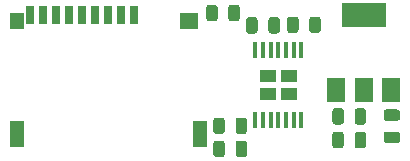
<source format=gbr>
%TF.GenerationSoftware,KiCad,Pcbnew,(5.1.6)-1*%
%TF.CreationDate,2021-02-04T13:42:59-06:00*%
%TF.ProjectId,Pikatea SD card Module,50696b61-7465-4612-9053-442063617264,rev?*%
%TF.SameCoordinates,Original*%
%TF.FileFunction,Paste,Top*%
%TF.FilePolarity,Positive*%
%FSLAX46Y46*%
G04 Gerber Fmt 4.6, Leading zero omitted, Abs format (unit mm)*
G04 Created by KiCad (PCBNEW (5.1.6)-1) date 2021-02-04 13:42:59*
%MOMM*%
%LPD*%
G01*
G04 APERTURE LIST*
%ADD10R,1.400000X1.100000*%
%ADD11R,0.450000X1.450000*%
%ADD12R,0.700000X1.600000*%
%ADD13R,1.200000X1.400000*%
%ADD14R,1.600000X1.400000*%
%ADD15R,1.200000X2.200000*%
%ADD16R,1.500000X2.000000*%
%ADD17R,3.800000X2.000000*%
G04 APERTURE END LIST*
%TO.C,R2*%
G36*
G01*
X217800000Y-75906250D02*
X217800000Y-74993750D01*
G75*
G02*
X218043750Y-74750000I243750J0D01*
G01*
X218531250Y-74750000D01*
G75*
G02*
X218775000Y-74993750I0J-243750D01*
G01*
X218775000Y-75906250D01*
G75*
G02*
X218531250Y-76150000I-243750J0D01*
G01*
X218043750Y-76150000D01*
G75*
G02*
X217800000Y-75906250I0J243750D01*
G01*
G37*
G36*
G01*
X215925000Y-75906250D02*
X215925000Y-74993750D01*
G75*
G02*
X216168750Y-74750000I243750J0D01*
G01*
X216656250Y-74750000D01*
G75*
G02*
X216900000Y-74993750I0J-243750D01*
G01*
X216900000Y-75906250D01*
G75*
G02*
X216656250Y-76150000I-243750J0D01*
G01*
X216168750Y-76150000D01*
G75*
G02*
X215925000Y-75906250I0J243750D01*
G01*
G37*
%TD*%
%TO.C,R1*%
G36*
G01*
X210050000Y-73993750D02*
X210050000Y-74906250D01*
G75*
G02*
X209806250Y-75150000I-243750J0D01*
G01*
X209318750Y-75150000D01*
G75*
G02*
X209075000Y-74906250I0J243750D01*
G01*
X209075000Y-73993750D01*
G75*
G02*
X209318750Y-73750000I243750J0D01*
G01*
X209806250Y-73750000D01*
G75*
G02*
X210050000Y-73993750I0J-243750D01*
G01*
G37*
G36*
G01*
X211925000Y-73993750D02*
X211925000Y-74906250D01*
G75*
G02*
X211681250Y-75150000I-243750J0D01*
G01*
X211193750Y-75150000D01*
G75*
G02*
X210950000Y-74906250I0J243750D01*
G01*
X210950000Y-73993750D01*
G75*
G02*
X211193750Y-73750000I243750J0D01*
G01*
X211681250Y-73750000D01*
G75*
G02*
X211925000Y-73993750I0J-243750D01*
G01*
G37*
%TD*%
%TO.C,R4*%
G36*
G01*
X210662500Y-83543750D02*
X210662500Y-84456250D01*
G75*
G02*
X210418750Y-84700000I-243750J0D01*
G01*
X209931250Y-84700000D01*
G75*
G02*
X209687500Y-84456250I0J243750D01*
G01*
X209687500Y-83543750D01*
G75*
G02*
X209931250Y-83300000I243750J0D01*
G01*
X210418750Y-83300000D01*
G75*
G02*
X210662500Y-83543750I0J-243750D01*
G01*
G37*
G36*
G01*
X212537500Y-83543750D02*
X212537500Y-84456250D01*
G75*
G02*
X212293750Y-84700000I-243750J0D01*
G01*
X211806250Y-84700000D01*
G75*
G02*
X211562500Y-84456250I0J243750D01*
G01*
X211562500Y-83543750D01*
G75*
G02*
X211806250Y-83300000I243750J0D01*
G01*
X212293750Y-83300000D01*
G75*
G02*
X212537500Y-83543750I0J-243750D01*
G01*
G37*
%TD*%
%TO.C,R3*%
G36*
G01*
X210662500Y-85493750D02*
X210662500Y-86406250D01*
G75*
G02*
X210418750Y-86650000I-243750J0D01*
G01*
X209931250Y-86650000D01*
G75*
G02*
X209687500Y-86406250I0J243750D01*
G01*
X209687500Y-85493750D01*
G75*
G02*
X209931250Y-85250000I243750J0D01*
G01*
X210418750Y-85250000D01*
G75*
G02*
X210662500Y-85493750I0J-243750D01*
G01*
G37*
G36*
G01*
X212537500Y-85493750D02*
X212537500Y-86406250D01*
G75*
G02*
X212293750Y-86650000I-243750J0D01*
G01*
X211806250Y-86650000D01*
G75*
G02*
X211562500Y-86406250I0J243750D01*
G01*
X211562500Y-85493750D01*
G75*
G02*
X211806250Y-85250000I243750J0D01*
G01*
X212293750Y-85250000D01*
G75*
G02*
X212537500Y-85493750I0J-243750D01*
G01*
G37*
%TD*%
%TO.C,C4*%
G36*
G01*
X220737500Y-84743750D02*
X220737500Y-85656250D01*
G75*
G02*
X220493750Y-85900000I-243750J0D01*
G01*
X220006250Y-85900000D01*
G75*
G02*
X219762500Y-85656250I0J243750D01*
G01*
X219762500Y-84743750D01*
G75*
G02*
X220006250Y-84500000I243750J0D01*
G01*
X220493750Y-84500000D01*
G75*
G02*
X220737500Y-84743750I0J-243750D01*
G01*
G37*
G36*
G01*
X222612500Y-84743750D02*
X222612500Y-85656250D01*
G75*
G02*
X222368750Y-85900000I-243750J0D01*
G01*
X221881250Y-85900000D01*
G75*
G02*
X221637500Y-85656250I0J243750D01*
G01*
X221637500Y-84743750D01*
G75*
G02*
X221881250Y-84500000I243750J0D01*
G01*
X222368750Y-84500000D01*
G75*
G02*
X222612500Y-84743750I0J-243750D01*
G01*
G37*
%TD*%
%TO.C,C3*%
G36*
G01*
X220737500Y-82743750D02*
X220737500Y-83656250D01*
G75*
G02*
X220493750Y-83900000I-243750J0D01*
G01*
X220006250Y-83900000D01*
G75*
G02*
X219762500Y-83656250I0J243750D01*
G01*
X219762500Y-82743750D01*
G75*
G02*
X220006250Y-82500000I243750J0D01*
G01*
X220493750Y-82500000D01*
G75*
G02*
X220737500Y-82743750I0J-243750D01*
G01*
G37*
G36*
G01*
X222612500Y-82743750D02*
X222612500Y-83656250D01*
G75*
G02*
X222368750Y-83900000I-243750J0D01*
G01*
X221881250Y-83900000D01*
G75*
G02*
X221637500Y-83656250I0J243750D01*
G01*
X221637500Y-82743750D01*
G75*
G02*
X221881250Y-82500000I243750J0D01*
G01*
X222368750Y-82500000D01*
G75*
G02*
X222612500Y-82743750I0J-243750D01*
G01*
G37*
%TD*%
%TO.C,C2*%
G36*
G01*
X224343750Y-84487500D02*
X225256250Y-84487500D01*
G75*
G02*
X225500000Y-84731250I0J-243750D01*
G01*
X225500000Y-85218750D01*
G75*
G02*
X225256250Y-85462500I-243750J0D01*
G01*
X224343750Y-85462500D01*
G75*
G02*
X224100000Y-85218750I0J243750D01*
G01*
X224100000Y-84731250D01*
G75*
G02*
X224343750Y-84487500I243750J0D01*
G01*
G37*
G36*
G01*
X224343750Y-82612500D02*
X225256250Y-82612500D01*
G75*
G02*
X225500000Y-82856250I0J-243750D01*
G01*
X225500000Y-83343750D01*
G75*
G02*
X225256250Y-83587500I-243750J0D01*
G01*
X224343750Y-83587500D01*
G75*
G02*
X224100000Y-83343750I0J243750D01*
G01*
X224100000Y-82856250D01*
G75*
G02*
X224343750Y-82612500I243750J0D01*
G01*
G37*
%TD*%
%TO.C,C1*%
G36*
G01*
X214337500Y-75956250D02*
X214337500Y-75043750D01*
G75*
G02*
X214581250Y-74800000I243750J0D01*
G01*
X215068750Y-74800000D01*
G75*
G02*
X215312500Y-75043750I0J-243750D01*
G01*
X215312500Y-75956250D01*
G75*
G02*
X215068750Y-76200000I-243750J0D01*
G01*
X214581250Y-76200000D01*
G75*
G02*
X214337500Y-75956250I0J243750D01*
G01*
G37*
G36*
G01*
X212462500Y-75956250D02*
X212462500Y-75043750D01*
G75*
G02*
X212706250Y-74800000I243750J0D01*
G01*
X213193750Y-74800000D01*
G75*
G02*
X213437500Y-75043750I0J-243750D01*
G01*
X213437500Y-75956250D01*
G75*
G02*
X213193750Y-76200000I-243750J0D01*
G01*
X212706250Y-76200000D01*
G75*
G02*
X212462500Y-75956250I0J243750D01*
G01*
G37*
%TD*%
D10*
%TO.C,U2*%
X214300000Y-81300000D03*
D11*
X213250000Y-77600000D03*
X213900000Y-77600000D03*
X214550000Y-77600000D03*
X215200000Y-77600000D03*
X215850000Y-77600000D03*
X216500000Y-77600000D03*
X217150000Y-77600000D03*
X217150000Y-83500000D03*
X216500000Y-83500000D03*
X215850000Y-83500000D03*
X215200000Y-83500000D03*
X214550000Y-83500000D03*
X213900000Y-83500000D03*
X213250000Y-83500000D03*
D10*
X214300000Y-79800000D03*
X216100000Y-79800000D03*
X216100000Y-81300000D03*
%TD*%
D12*
%TO.C,XS1*%
X200800000Y-74600000D03*
X201900000Y-74600000D03*
X203000000Y-74600000D03*
X199700000Y-74600000D03*
X198600000Y-74600000D03*
X197500000Y-74600000D03*
X195300000Y-74600000D03*
X196400000Y-74600000D03*
X194200000Y-74600000D03*
D13*
X193050000Y-75100000D03*
D14*
X207650000Y-75100000D03*
D15*
X193050000Y-84700000D03*
X208550000Y-84700000D03*
%TD*%
D16*
%TO.C,U1*%
X220100000Y-80950000D03*
X224700000Y-80950000D03*
X222400000Y-80950000D03*
D17*
X222400000Y-74650000D03*
%TD*%
M02*

</source>
